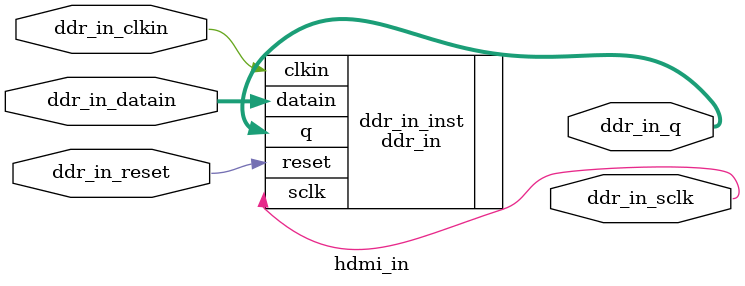
<source format=v>
/* synthesis translate_off*/
`define SBP_SIMULATION
/* synthesis translate_on*/
`ifndef SBP_SIMULATION
`define SBP_SYNTHESIS
`endif

//
// Verific Verilog Description of module hdmi_in
//
module hdmi_in (ddr_in_datain, ddr_in_q, ddr_in_clkin, ddr_in_reset, 
            ddr_in_sclk) /* synthesis sbp_module=true */ ;
    input [15:0]ddr_in_datain;
    output [31:0]ddr_in_q;
    input ddr_in_clkin;
    input ddr_in_reset;
    output ddr_in_sclk;
    
    
    ddr_in ddr_in_inst (.datain({ddr_in_datain}), .q({ddr_in_q}), .clkin(ddr_in_clkin), 
           .reset(ddr_in_reset), .sclk(ddr_in_sclk));
    
endmodule


</source>
